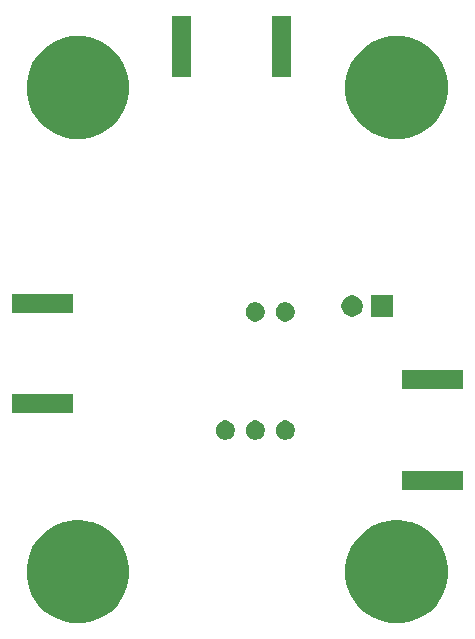
<source format=gbr>
G04 #@! TF.GenerationSoftware,KiCad,Pcbnew,5.1.6-c6e7f7d~87~ubuntu18.04.1*
G04 #@! TF.CreationDate,2021-01-11T12:45:55+00:00*
G04 #@! TF.ProjectId,vary_resistance,76617279-5f72-4657-9369-7374616e6365,rev?*
G04 #@! TF.SameCoordinates,Original*
G04 #@! TF.FileFunction,Soldermask,Bot*
G04 #@! TF.FilePolarity,Negative*
%FSLAX46Y46*%
G04 Gerber Fmt 4.6, Leading zero omitted, Abs format (unit mm)*
G04 Created by KiCad (PCBNEW 5.1.6-c6e7f7d~87~ubuntu18.04.1) date 2021-01-11 12:45:55*
%MOMM*%
%LPD*%
G01*
G04 APERTURE LIST*
%ADD10C,0.100000*%
G04 APERTURE END LIST*
D10*
G36*
X194548156Y-92672794D02*
G01*
X195269140Y-92816206D01*
X196060972Y-93144193D01*
X196773601Y-93620357D01*
X197379643Y-94226399D01*
X197855807Y-94939028D01*
X198183794Y-95730860D01*
X198351000Y-96571464D01*
X198351000Y-97428536D01*
X198183794Y-98269140D01*
X197855807Y-99060972D01*
X197379643Y-99773601D01*
X196773601Y-100379643D01*
X196060972Y-100855807D01*
X195269140Y-101183794D01*
X194548156Y-101327206D01*
X194428537Y-101351000D01*
X193571463Y-101351000D01*
X193451844Y-101327206D01*
X192730860Y-101183794D01*
X191939028Y-100855807D01*
X191226399Y-100379643D01*
X190620357Y-99773601D01*
X190144193Y-99060972D01*
X189816206Y-98269140D01*
X189649000Y-97428536D01*
X189649000Y-96571464D01*
X189816206Y-95730860D01*
X190144193Y-94939028D01*
X190620357Y-94226399D01*
X191226399Y-93620357D01*
X191939028Y-93144193D01*
X192730860Y-92816206D01*
X193451844Y-92672794D01*
X193571463Y-92649000D01*
X194428537Y-92649000D01*
X194548156Y-92672794D01*
G37*
G36*
X167548156Y-92672794D02*
G01*
X168269140Y-92816206D01*
X169060972Y-93144193D01*
X169773601Y-93620357D01*
X170379643Y-94226399D01*
X170855807Y-94939028D01*
X171183794Y-95730860D01*
X171351000Y-96571464D01*
X171351000Y-97428536D01*
X171183794Y-98269140D01*
X170855807Y-99060972D01*
X170379643Y-99773601D01*
X169773601Y-100379643D01*
X169060972Y-100855807D01*
X168269140Y-101183794D01*
X167548156Y-101327206D01*
X167428537Y-101351000D01*
X166571463Y-101351000D01*
X166451844Y-101327206D01*
X165730860Y-101183794D01*
X164939028Y-100855807D01*
X164226399Y-100379643D01*
X163620357Y-99773601D01*
X163144193Y-99060972D01*
X162816206Y-98269140D01*
X162649000Y-97428536D01*
X162649000Y-96571464D01*
X162816206Y-95730860D01*
X163144193Y-94939028D01*
X163620357Y-94226399D01*
X164226399Y-93620357D01*
X164939028Y-93144193D01*
X165730860Y-92816206D01*
X166451844Y-92672794D01*
X166571463Y-92649000D01*
X167428537Y-92649000D01*
X167548156Y-92672794D01*
G37*
G36*
X199591000Y-90051000D02*
G01*
X194409000Y-90051000D01*
X194409000Y-88449000D01*
X199591000Y-88449000D01*
X199591000Y-90051000D01*
G37*
G36*
X184777142Y-84218242D02*
G01*
X184925101Y-84279529D01*
X185058255Y-84368499D01*
X185171501Y-84481745D01*
X185260471Y-84614899D01*
X185321758Y-84762858D01*
X185353000Y-84919925D01*
X185353000Y-85080075D01*
X185321758Y-85237142D01*
X185260471Y-85385101D01*
X185171501Y-85518255D01*
X185058255Y-85631501D01*
X184925101Y-85720471D01*
X184777142Y-85781758D01*
X184620075Y-85813000D01*
X184459925Y-85813000D01*
X184302858Y-85781758D01*
X184154899Y-85720471D01*
X184021745Y-85631501D01*
X183908499Y-85518255D01*
X183819529Y-85385101D01*
X183758242Y-85237142D01*
X183727000Y-85080075D01*
X183727000Y-84919925D01*
X183758242Y-84762858D01*
X183819529Y-84614899D01*
X183908499Y-84481745D01*
X184021745Y-84368499D01*
X184154899Y-84279529D01*
X184302858Y-84218242D01*
X184459925Y-84187000D01*
X184620075Y-84187000D01*
X184777142Y-84218242D01*
G37*
G36*
X179697142Y-84218242D02*
G01*
X179845101Y-84279529D01*
X179978255Y-84368499D01*
X180091501Y-84481745D01*
X180180471Y-84614899D01*
X180241758Y-84762858D01*
X180273000Y-84919925D01*
X180273000Y-85080075D01*
X180241758Y-85237142D01*
X180180471Y-85385101D01*
X180091501Y-85518255D01*
X179978255Y-85631501D01*
X179845101Y-85720471D01*
X179697142Y-85781758D01*
X179540075Y-85813000D01*
X179379925Y-85813000D01*
X179222858Y-85781758D01*
X179074899Y-85720471D01*
X178941745Y-85631501D01*
X178828499Y-85518255D01*
X178739529Y-85385101D01*
X178678242Y-85237142D01*
X178647000Y-85080075D01*
X178647000Y-84919925D01*
X178678242Y-84762858D01*
X178739529Y-84614899D01*
X178828499Y-84481745D01*
X178941745Y-84368499D01*
X179074899Y-84279529D01*
X179222858Y-84218242D01*
X179379925Y-84187000D01*
X179540075Y-84187000D01*
X179697142Y-84218242D01*
G37*
G36*
X182237142Y-84218242D02*
G01*
X182385101Y-84279529D01*
X182518255Y-84368499D01*
X182631501Y-84481745D01*
X182720471Y-84614899D01*
X182781758Y-84762858D01*
X182813000Y-84919925D01*
X182813000Y-85080075D01*
X182781758Y-85237142D01*
X182720471Y-85385101D01*
X182631501Y-85518255D01*
X182518255Y-85631501D01*
X182385101Y-85720471D01*
X182237142Y-85781758D01*
X182080075Y-85813000D01*
X181919925Y-85813000D01*
X181762858Y-85781758D01*
X181614899Y-85720471D01*
X181481745Y-85631501D01*
X181368499Y-85518255D01*
X181279529Y-85385101D01*
X181218242Y-85237142D01*
X181187000Y-85080075D01*
X181187000Y-84919925D01*
X181218242Y-84762858D01*
X181279529Y-84614899D01*
X181368499Y-84481745D01*
X181481745Y-84368499D01*
X181614899Y-84279529D01*
X181762858Y-84218242D01*
X181919925Y-84187000D01*
X182080075Y-84187000D01*
X182237142Y-84218242D01*
G37*
G36*
X166591000Y-83551000D02*
G01*
X161409000Y-83551000D01*
X161409000Y-81949000D01*
X166591000Y-81949000D01*
X166591000Y-83551000D01*
G37*
G36*
X199591000Y-81551000D02*
G01*
X194409000Y-81551000D01*
X194409000Y-79949000D01*
X199591000Y-79949000D01*
X199591000Y-81551000D01*
G37*
G36*
X184777142Y-74218242D02*
G01*
X184925101Y-74279529D01*
X185058255Y-74368499D01*
X185171501Y-74481745D01*
X185260471Y-74614899D01*
X185321758Y-74762858D01*
X185353000Y-74919925D01*
X185353000Y-75080075D01*
X185321758Y-75237142D01*
X185260471Y-75385101D01*
X185171501Y-75518255D01*
X185058255Y-75631501D01*
X184925101Y-75720471D01*
X184777142Y-75781758D01*
X184620075Y-75813000D01*
X184459925Y-75813000D01*
X184302858Y-75781758D01*
X184154899Y-75720471D01*
X184021745Y-75631501D01*
X183908499Y-75518255D01*
X183819529Y-75385101D01*
X183758242Y-75237142D01*
X183727000Y-75080075D01*
X183727000Y-74919925D01*
X183758242Y-74762858D01*
X183819529Y-74614899D01*
X183908499Y-74481745D01*
X184021745Y-74368499D01*
X184154899Y-74279529D01*
X184302858Y-74218242D01*
X184459925Y-74187000D01*
X184620075Y-74187000D01*
X184777142Y-74218242D01*
G37*
G36*
X182237142Y-74218242D02*
G01*
X182385101Y-74279529D01*
X182518255Y-74368499D01*
X182631501Y-74481745D01*
X182720471Y-74614899D01*
X182781758Y-74762858D01*
X182813000Y-74919925D01*
X182813000Y-75080075D01*
X182781758Y-75237142D01*
X182720471Y-75385101D01*
X182631501Y-75518255D01*
X182518255Y-75631501D01*
X182385101Y-75720471D01*
X182237142Y-75781758D01*
X182080075Y-75813000D01*
X181919925Y-75813000D01*
X181762858Y-75781758D01*
X181614899Y-75720471D01*
X181481745Y-75631501D01*
X181368499Y-75518255D01*
X181279529Y-75385101D01*
X181218242Y-75237142D01*
X181187000Y-75080075D01*
X181187000Y-74919925D01*
X181218242Y-74762858D01*
X181279529Y-74614899D01*
X181368499Y-74481745D01*
X181481745Y-74368499D01*
X181614899Y-74279529D01*
X181762858Y-74218242D01*
X181919925Y-74187000D01*
X182080075Y-74187000D01*
X182237142Y-74218242D01*
G37*
G36*
X190323512Y-73603927D02*
G01*
X190472812Y-73633624D01*
X190636784Y-73701544D01*
X190784354Y-73800147D01*
X190909853Y-73925646D01*
X191008456Y-74073216D01*
X191076376Y-74237188D01*
X191111000Y-74411259D01*
X191111000Y-74588741D01*
X191076376Y-74762812D01*
X191008456Y-74926784D01*
X190909853Y-75074354D01*
X190784354Y-75199853D01*
X190636784Y-75298456D01*
X190472812Y-75366376D01*
X190323512Y-75396073D01*
X190298742Y-75401000D01*
X190121258Y-75401000D01*
X190096488Y-75396073D01*
X189947188Y-75366376D01*
X189783216Y-75298456D01*
X189635646Y-75199853D01*
X189510147Y-75074354D01*
X189411544Y-74926784D01*
X189343624Y-74762812D01*
X189309000Y-74588741D01*
X189309000Y-74411259D01*
X189343624Y-74237188D01*
X189411544Y-74073216D01*
X189510147Y-73925646D01*
X189635646Y-73800147D01*
X189783216Y-73701544D01*
X189947188Y-73633624D01*
X190096488Y-73603927D01*
X190121258Y-73599000D01*
X190298742Y-73599000D01*
X190323512Y-73603927D01*
G37*
G36*
X193651000Y-75401000D02*
G01*
X191849000Y-75401000D01*
X191849000Y-73599000D01*
X193651000Y-73599000D01*
X193651000Y-75401000D01*
G37*
G36*
X166591000Y-75051000D02*
G01*
X161409000Y-75051000D01*
X161409000Y-73449000D01*
X166591000Y-73449000D01*
X166591000Y-75051000D01*
G37*
G36*
X194548156Y-51672794D02*
G01*
X195269140Y-51816206D01*
X196060972Y-52144193D01*
X196773601Y-52620357D01*
X197379643Y-53226399D01*
X197855807Y-53939028D01*
X198183794Y-54730860D01*
X198351000Y-55571464D01*
X198351000Y-56428536D01*
X198183794Y-57269140D01*
X197855807Y-58060972D01*
X197379643Y-58773601D01*
X196773601Y-59379643D01*
X196060972Y-59855807D01*
X195269140Y-60183794D01*
X194548156Y-60327206D01*
X194428537Y-60351000D01*
X193571463Y-60351000D01*
X193451844Y-60327206D01*
X192730860Y-60183794D01*
X191939028Y-59855807D01*
X191226399Y-59379643D01*
X190620357Y-58773601D01*
X190144193Y-58060972D01*
X189816206Y-57269140D01*
X189649000Y-56428536D01*
X189649000Y-55571464D01*
X189816206Y-54730860D01*
X190144193Y-53939028D01*
X190620357Y-53226399D01*
X191226399Y-52620357D01*
X191939028Y-52144193D01*
X192730860Y-51816206D01*
X193451844Y-51672794D01*
X193571463Y-51649000D01*
X194428537Y-51649000D01*
X194548156Y-51672794D01*
G37*
G36*
X167548156Y-51672794D02*
G01*
X168269140Y-51816206D01*
X169060972Y-52144193D01*
X169773601Y-52620357D01*
X170379643Y-53226399D01*
X170855807Y-53939028D01*
X171183794Y-54730860D01*
X171351000Y-55571464D01*
X171351000Y-56428536D01*
X171183794Y-57269140D01*
X170855807Y-58060972D01*
X170379643Y-58773601D01*
X169773601Y-59379643D01*
X169060972Y-59855807D01*
X168269140Y-60183794D01*
X167548156Y-60327206D01*
X167428537Y-60351000D01*
X166571463Y-60351000D01*
X166451844Y-60327206D01*
X165730860Y-60183794D01*
X164939028Y-59855807D01*
X164226399Y-59379643D01*
X163620357Y-58773601D01*
X163144193Y-58060972D01*
X162816206Y-57269140D01*
X162649000Y-56428536D01*
X162649000Y-55571464D01*
X162816206Y-54730860D01*
X163144193Y-53939028D01*
X163620357Y-53226399D01*
X164226399Y-52620357D01*
X164939028Y-52144193D01*
X165730860Y-51816206D01*
X166451844Y-51672794D01*
X166571463Y-51649000D01*
X167428537Y-51649000D01*
X167548156Y-51672794D01*
G37*
G36*
X185051000Y-55091000D02*
G01*
X183449000Y-55091000D01*
X183449000Y-49909000D01*
X185051000Y-49909000D01*
X185051000Y-55091000D01*
G37*
G36*
X176551000Y-55091000D02*
G01*
X174949000Y-55091000D01*
X174949000Y-49909000D01*
X176551000Y-49909000D01*
X176551000Y-55091000D01*
G37*
M02*

</source>
